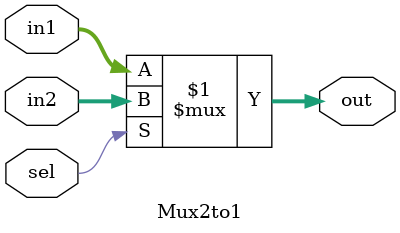
<source format=v>
module Mux2to1(
    input wire[31:0] in1,in2,
    input sel,
    output wire[31:0] out
    );

assign out=sel?in2:in1;
endmodule
</source>
